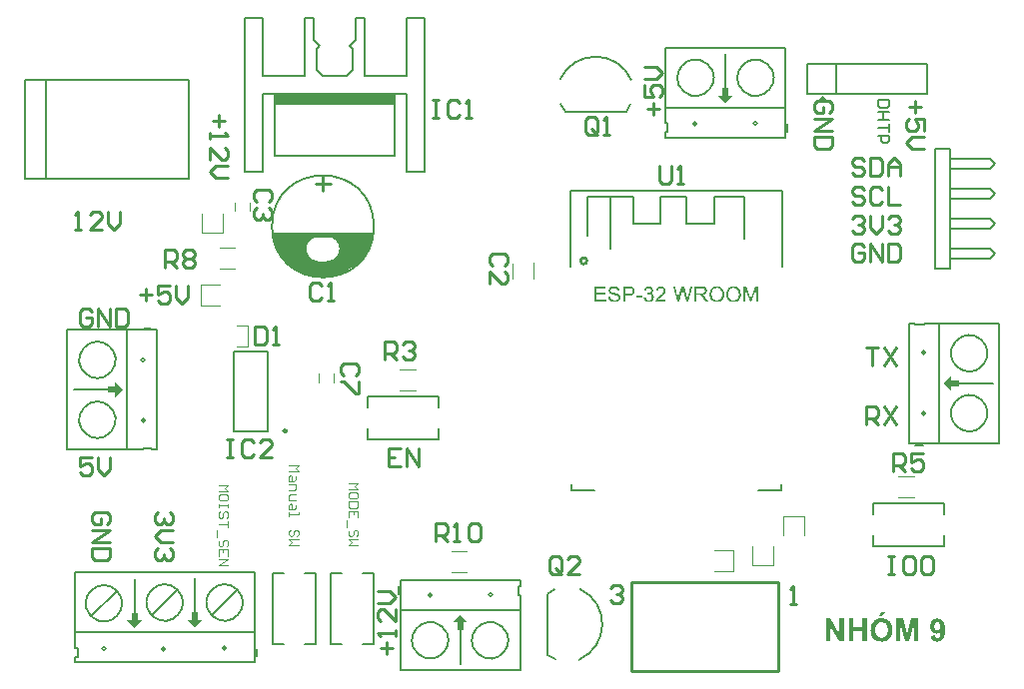
<source format=gto>
G04*
G04 #@! TF.GenerationSoftware,Altium Limited,Altium Designer,21.9.2 (33)*
G04*
G04 Layer_Color=65535*
%FSTAX24Y24*%
%MOIN*%
G70*
G04*
G04 #@! TF.SameCoordinates,9AA07E9A-BA48-4811-965E-F14F798923DF*
G04*
G04*
G04 #@! TF.FilePolarity,Positive*
G04*
G01*
G75*
%ADD10C,0.0100*%
%ADD11C,0.0070*%
%ADD12C,0.0098*%
%ADD13C,0.0079*%
%ADD14C,0.0040*%
%ADD15C,0.0080*%
%ADD16C,0.0039*%
%ADD17R,0.3990X0.0360*%
G36*
X031165Y060331D02*
X031415Y060581D01*
X031265D01*
Y060831D01*
X031065D01*
Y060581D01*
X030915D01*
X031165Y060331D01*
D02*
G37*
G36*
X033165Y060356D02*
X033415Y060606D01*
X033265D01*
Y060856D01*
X033065D01*
Y060606D01*
X032915D01*
X033165Y060356D01*
D02*
G37*
G36*
X030771Y068283D02*
X030521Y068533D01*
Y068383D01*
X030271D01*
Y068183D01*
X030521D01*
Y068033D01*
X030771Y068283D01*
D02*
G37*
G36*
X037696Y073489D02*
X038046Y073139D01*
Y072859D01*
X038045Y072843D01*
X038039Y07281D01*
X038026Y072779D01*
X038007Y072751D01*
X037996Y072739D01*
X037996D01*
X037931Y072674D01*
X037922Y072666D01*
X037903Y072653D01*
X037881Y072644D01*
X037858Y072639D01*
X037846Y072639D01*
D01*
X037796Y072589D01*
X037783Y072577D01*
X037756Y072559D01*
X037725Y072546D01*
X037692Y072539D01*
X037675Y072539D01*
D01*
X037167D01*
X03715Y072539D01*
X037117Y072546D01*
X037086Y072559D01*
X037058Y072577D01*
X037046Y072589D01*
D01*
X036931Y072703D01*
X036923Y072712D01*
X03691Y072732D01*
X036901Y072754D01*
X036896Y072777D01*
X036896Y072789D01*
X036885Y072801D01*
X036866Y072829D01*
X036853Y07286D01*
X036847Y072893D01*
X036846Y072909D01*
D01*
Y073047D01*
X036848Y073081D01*
X036861Y073146D01*
X036886Y073208D01*
X036923Y073264D01*
X036946Y073289D01*
X036946D01*
X037061Y073403D01*
X037069Y073411D01*
X037089Y073424D01*
X037111Y073433D01*
X037134Y073438D01*
X037146Y073439D01*
D01*
Y073489D01*
X035746D01*
X035946Y072939D01*
X036246Y072539D01*
X036646Y072239D01*
X037246Y072039D01*
X037646D01*
X038146Y072189D01*
X038596Y072489D01*
X038896Y072839D01*
X039096Y073289D01*
X039146Y073489D01*
X037696D01*
D02*
G37*
G36*
X042024Y060771D02*
X041774Y060521D01*
X041924D01*
Y060271D01*
X042124D01*
Y060521D01*
X042274D01*
X042024Y060771D01*
D02*
G37*
G36*
X058162Y068503D02*
X058412Y068253D01*
Y068403D01*
X058662D01*
Y068603D01*
X058412D01*
Y068753D01*
X058162Y068503D01*
D02*
G37*
G36*
X050882Y077851D02*
X051132Y078101D01*
X050982D01*
Y078351D01*
X050782D01*
Y078101D01*
X050632D01*
X050882Y077851D01*
D02*
G37*
G36*
X054112Y078101D02*
X053862Y077851D01*
X054362D01*
X054112Y078101D01*
D02*
G37*
G36*
X047178Y071742D02*
X047184D01*
X047198Y07174D01*
X047213Y071738D01*
X047229Y071734D01*
X047247Y07173D01*
X047263Y071724D01*
X047264D01*
X047266Y071723D01*
X047268Y071722D01*
X047271Y07172D01*
X047278Y071717D01*
X047288Y07171D01*
X047299Y071703D01*
X04731Y071693D01*
X04732Y071682D01*
X04733Y071669D01*
Y071669D01*
X047331Y071668D01*
X047332Y071666D01*
X047334Y071663D01*
X047337Y071656D01*
X047342Y071646D01*
X047347Y071635D01*
X047351Y07162D01*
X047354Y071606D01*
X047356Y071589D01*
X047291Y071584D01*
Y071585D01*
Y071586D01*
X04729Y071589D01*
X047289Y071592D01*
X047287Y0716D01*
X047284Y071612D01*
X04728Y071623D01*
X047273Y071635D01*
X047265Y071646D01*
X047255Y071657D01*
X047253Y071657D01*
X047249Y07166D01*
X047242Y071665D01*
X047232Y071669D01*
X04722Y071674D01*
X047205Y071678D01*
X047187Y071681D01*
X047166Y071682D01*
X047155D01*
X047151Y071681D01*
X047145Y07168D01*
X047132Y071679D01*
X047117Y071676D01*
X047102Y071672D01*
X047088Y071666D01*
X047082Y071663D01*
X047076Y071659D01*
X047075Y071658D01*
X047072Y071655D01*
X047067Y07165D01*
X047063Y071644D01*
X047058Y071636D01*
X047053Y071627D01*
X04705Y071617D01*
X047049Y071605D01*
Y071603D01*
Y0716D01*
X04705Y071595D01*
X047051Y071589D01*
X047053Y071582D01*
X047057Y071575D01*
X047061Y071567D01*
X047068Y07156D01*
X047069Y071559D01*
X047073Y071557D01*
X047076Y071555D01*
X047078Y071553D01*
X047083Y071551D01*
X047088Y071548D01*
X047095Y071546D01*
X047102Y071543D01*
X04711Y07154D01*
X04712Y071536D01*
X04713Y071533D01*
X047142Y071529D01*
X047155Y071526D01*
X04717Y071523D01*
X047171D01*
X047174Y071522D01*
X047178Y071521D01*
X047184Y07152D01*
X04719Y071518D01*
X047198Y071516D01*
X047206Y071514D01*
X047215Y071512D01*
X047235Y071507D01*
X047253Y071501D01*
X047262Y071498D01*
X04727Y071495D01*
X047278Y071493D01*
X047283Y07149D01*
X047284D01*
X047286Y071489D01*
X047288Y071488D01*
X047291Y071487D01*
X047299Y071482D01*
X047309Y071476D01*
X04732Y071468D01*
X047331Y071459D01*
X047341Y071449D01*
X04735Y071438D01*
X047351Y071436D01*
X047354Y071432D01*
X047357Y071426D01*
X047361Y071417D01*
X047365Y071407D01*
X047369Y071394D01*
X047371Y07138D01*
X047372Y071365D01*
Y071364D01*
Y071364D01*
Y071361D01*
Y071358D01*
X04737Y07135D01*
X047369Y07134D01*
X047366Y071328D01*
X047362Y071316D01*
X047356Y071302D01*
X047348Y071288D01*
Y071287D01*
X047347Y071287D01*
X047343Y071282D01*
X047338Y071276D01*
X047331Y071268D01*
X047321Y071259D01*
X047309Y07125D01*
X047296Y071241D01*
X04728Y071233D01*
X04728D01*
X047278Y071232D01*
X047276Y071231D01*
X047273Y07123D01*
X047269Y071228D01*
X047263Y071226D01*
X047252Y071223D01*
X047238Y071219D01*
X047221Y071216D01*
X047202Y071213D01*
X047182Y071213D01*
X04717D01*
X047164Y071213D01*
X047158D01*
X04715Y071214D01*
X047141Y071215D01*
X047123Y071218D01*
X047104Y071221D01*
X047084Y071226D01*
X047066Y071233D01*
X047065D01*
X047064Y071233D01*
X047061Y071235D01*
X047058Y071236D01*
X04705Y071241D01*
X047039Y071248D01*
X047027Y071256D01*
X047015Y071267D01*
X047003Y071279D01*
X046992Y071293D01*
Y071294D01*
X04699Y071296D01*
X04699Y071298D01*
X046987Y071301D01*
X046986Y071304D01*
X046984Y071309D01*
X046979Y07132D01*
X046973Y071334D01*
X046969Y07135D01*
X046966Y071367D01*
X046965Y071386D01*
X047028Y071392D01*
Y071391D01*
Y07139D01*
X047029Y071388D01*
Y071385D01*
X04703Y071378D01*
X047033Y071369D01*
X047036Y071359D01*
X047039Y071348D01*
X047044Y071338D01*
X047049Y071328D01*
X04705Y071327D01*
X047052Y071324D01*
X047056Y071319D01*
X047061Y071314D01*
X047069Y071307D01*
X047077Y071301D01*
X047088Y071294D01*
X0471Y071288D01*
X047101D01*
X047101Y071287D01*
X047104Y071287D01*
X047106Y071286D01*
X047113Y071284D01*
X047123Y071281D01*
X047135Y071278D01*
X047148Y071276D01*
X047163Y071274D01*
X047179Y071273D01*
X047186D01*
X047193Y071274D01*
X047202Y071275D01*
X047212Y071276D01*
X047224Y071278D01*
X047236Y071281D01*
X047247Y071284D01*
X047249Y071285D01*
X047252Y071287D01*
X047258Y07129D01*
X047264Y071293D01*
X047271Y071298D01*
X047278Y071303D01*
X047286Y071309D01*
X047292Y071316D01*
X047292Y071317D01*
X047294Y07132D01*
X047296Y071324D01*
X047299Y07133D01*
X047302Y071336D01*
X047304Y071343D01*
X047306Y071351D01*
X047306Y07136D01*
Y071361D01*
Y071364D01*
X047306Y071369D01*
X047305Y071375D01*
X047303Y071381D01*
X0473Y071388D01*
X047297Y071396D01*
X047292Y071402D01*
X047291Y071403D01*
X047289Y071405D01*
X047286Y071408D01*
X04728Y071413D01*
X047275Y071417D01*
X047266Y071422D01*
X047257Y071427D01*
X047246Y071432D01*
X047245Y071432D01*
X047241Y071433D01*
X047235Y071435D01*
X047232Y071436D01*
X047226Y071438D01*
X047221Y07144D01*
X047215Y071441D01*
X047207Y071444D01*
X047198Y071446D01*
X047189Y071448D01*
X047179Y071451D01*
X047167Y071454D01*
X047155Y071457D01*
X047154D01*
X047152Y071458D01*
X047148Y071458D01*
X047144Y07146D01*
X047138Y071461D01*
X047131Y071463D01*
X047116Y071467D01*
X0471Y071472D01*
X047083Y071478D01*
X047068Y071483D01*
X047061Y071486D01*
X047056Y071489D01*
X047055D01*
X047054Y071489D01*
X04705Y071492D01*
X047043Y071496D01*
X047036Y071502D01*
X047027Y071509D01*
X047018Y071517D01*
X047009Y071526D01*
X047002Y071537D01*
X047001Y071538D01*
X046999Y071542D01*
X046996Y071548D01*
X046993Y071555D01*
X04699Y071565D01*
X046987Y071576D01*
X046984Y071588D01*
X046984Y0716D01*
Y071601D01*
Y071602D01*
Y071604D01*
Y071607D01*
X046985Y071615D01*
X046987Y071624D01*
X046989Y071635D01*
X046993Y071648D01*
X046998Y07166D01*
X047005Y071673D01*
Y071674D01*
X047006Y071674D01*
X04701Y071679D01*
X047015Y071685D01*
X047021Y071692D01*
X04703Y0717D01*
X047041Y071709D01*
X047055Y071717D01*
X04707Y071725D01*
X04707D01*
X047072Y071726D01*
X047074Y071726D01*
X047077Y071728D01*
X047081Y071729D01*
X047086Y071731D01*
X047097Y071734D01*
X047111Y071737D01*
X047127Y07174D01*
X047144Y071742D01*
X047164Y071743D01*
X047173D01*
X047178Y071742D01*
D02*
G37*
G36*
X048331Y071735D02*
X04834Y071734D01*
X048352Y071731D01*
X048365Y071728D01*
X048379Y071723D01*
X048392Y071717D01*
X048393D01*
X048393Y071717D01*
X048398Y071714D01*
X048405Y07171D01*
X048412Y071705D01*
X048421Y071697D01*
X04843Y071689D01*
X048439Y07168D01*
X048446Y071669D01*
X048447Y071667D01*
X048449Y071663D01*
X048452Y071657D01*
X048456Y071649D01*
X048459Y071639D01*
X048462Y071628D01*
X048464Y071615D01*
X048465Y071603D01*
Y071601D01*
Y071597D01*
X048464Y071591D01*
X048463Y071583D01*
X048461Y071573D01*
X048457Y071563D01*
X048453Y071552D01*
X048447Y071542D01*
X048446Y071541D01*
X048444Y071538D01*
X048439Y071532D01*
X048433Y071526D01*
X048426Y07152D01*
X048417Y071512D01*
X048407Y071506D01*
X048394Y071499D01*
X048395D01*
X048396Y071498D01*
X048399Y071498D01*
X048402Y071497D01*
X04841Y071494D01*
X04842Y071489D01*
X048432Y071484D01*
X048444Y071476D01*
X048455Y071467D01*
X048465Y071455D01*
X048466Y071454D01*
X048469Y07145D01*
X048473Y071442D01*
X048478Y071432D01*
X048482Y071421D01*
X048487Y071407D01*
X04849Y07139D01*
X04849Y071373D01*
Y071372D01*
Y07137D01*
Y071366D01*
X04849Y071361D01*
X048489Y071356D01*
X048487Y071349D01*
X048486Y071341D01*
X048484Y071333D01*
X048479Y071316D01*
X048474Y071306D01*
X04847Y071297D01*
X048464Y071287D01*
X048457Y071278D01*
X04845Y071268D01*
X048441Y071259D01*
X04844Y071259D01*
X048439Y071257D01*
X048436Y071255D01*
X048432Y071252D01*
X048427Y071248D01*
X048422Y071245D01*
X048415Y07124D01*
X048407Y071236D01*
X048399Y071232D01*
X048389Y071228D01*
X048379Y071224D01*
X048368Y07122D01*
X048356Y071217D01*
X048344Y071215D01*
X048331Y071213D01*
X048317Y071213D01*
X048311D01*
X048306Y071213D01*
X0483Y071214D01*
X048294Y071215D01*
X048286Y071216D01*
X048278Y071218D01*
X04826Y071222D01*
X048242Y07123D01*
X048232Y071234D01*
X048223Y071239D01*
X048214Y071246D01*
X048205Y071253D01*
X048205Y071253D01*
X048203Y071255D01*
X048201Y071257D01*
X048199Y07126D01*
X048195Y071264D01*
X048191Y071269D01*
X048187Y071274D01*
X048183Y071281D01*
X048178Y071288D01*
X048174Y071296D01*
X048166Y071313D01*
X048159Y071334D01*
X048157Y071345D01*
X048155Y071357D01*
X048218Y071365D01*
Y071364D01*
X048219Y071363D01*
X04822Y07136D01*
X04822Y071356D01*
X048221Y071352D01*
X048223Y071347D01*
X048226Y071336D01*
X048231Y071322D01*
X048238Y07131D01*
X048245Y071298D01*
X048254Y071287D01*
X048256Y071287D01*
X048259Y071284D01*
X048265Y07128D01*
X048272Y071276D01*
X048281Y071272D01*
X048292Y071268D01*
X048305Y071265D01*
X048318Y071265D01*
X048322D01*
X048325Y071265D01*
X048334Y071266D01*
X048344Y071268D01*
X048356Y071272D01*
X048368Y071277D01*
X048381Y071284D01*
X048393Y071295D01*
X048394Y071296D01*
X048398Y071301D01*
X048402Y071307D01*
X048408Y071316D01*
X048414Y071327D01*
X048419Y07134D01*
X048422Y071355D01*
X048424Y071371D01*
Y071372D01*
Y071373D01*
Y071376D01*
X048423Y071378D01*
X048422Y071387D01*
X04842Y071396D01*
X048417Y071408D01*
X048412Y07142D01*
X048405Y071432D01*
X048395Y071443D01*
X048393Y071444D01*
X04839Y071447D01*
X048384Y071452D01*
X048376Y071457D01*
X048365Y071462D01*
X048353Y071467D01*
X048339Y071469D01*
X048323Y071471D01*
X048316D01*
X048311Y07147D01*
X048305Y071469D01*
X048297Y071468D01*
X048288Y071467D01*
X048279Y071464D01*
X048286Y07152D01*
X04829D01*
X048293Y071519D01*
X048302D01*
X048311Y071521D01*
X04832Y071522D01*
X048331Y071524D01*
X048344Y071528D01*
X048356Y071533D01*
X048368Y07154D01*
X048369D01*
X04837Y071541D01*
X048373Y071543D01*
X048379Y071549D01*
X048385Y071555D01*
X04839Y071565D01*
X048396Y071576D01*
X048399Y071589D01*
X048401Y071596D01*
Y071604D01*
Y071605D01*
Y071606D01*
Y07161D01*
X048399Y071616D01*
X048398Y071624D01*
X048395Y071633D01*
X048391Y071643D01*
X048385Y071652D01*
X048377Y071661D01*
X048376Y071662D01*
X048373Y071665D01*
X048368Y071669D01*
X048361Y071673D01*
X048352Y071677D01*
X048342Y07168D01*
X04833Y071683D01*
X048316Y071684D01*
X048311D01*
X048304Y071683D01*
X048295Y071681D01*
X048285Y071678D01*
X048276Y071674D01*
X048265Y071669D01*
X048256Y071661D01*
X048255Y07166D01*
X048252Y071657D01*
X048248Y071652D01*
X048242Y071644D01*
X048237Y071635D01*
X048232Y071623D01*
X048228Y071609D01*
X048225Y071592D01*
X048162Y071603D01*
Y071604D01*
X048163Y071606D01*
X048163Y071609D01*
X048164Y071614D01*
X048166Y071619D01*
X048168Y071625D01*
X048172Y071639D01*
X04818Y071655D01*
X048188Y071672D01*
X0482Y071687D01*
X048214Y071701D01*
X048214Y071702D01*
X048216Y071703D01*
X048218Y071704D01*
X048221Y071706D01*
X048225Y071709D01*
X04823Y071712D01*
X048235Y071715D01*
X048242Y071719D01*
X048257Y071725D01*
X048274Y071731D01*
X048294Y071734D01*
X048304Y071736D01*
X048322D01*
X048331Y071735D01*
D02*
G37*
G36*
X048103Y071376D02*
X047909D01*
Y071438D01*
X048103D01*
Y071376D01*
D02*
G37*
G36*
X051967Y071222D02*
X051902D01*
Y07165D01*
X051752Y071222D01*
X051692D01*
X051544Y071657D01*
Y071222D01*
X051479D01*
Y071734D01*
X05158D01*
X051701Y07137D01*
Y07137D01*
X051702Y071368D01*
X051703Y071366D01*
X051704Y071362D01*
X051707Y071353D01*
X051711Y071342D01*
X051715Y07133D01*
X051719Y071317D01*
X051723Y071305D01*
X051726Y071295D01*
X051726Y071296D01*
X051727Y0713D01*
X051729Y071307D01*
X051732Y071316D01*
X051736Y071327D01*
X051741Y071341D01*
X051746Y071358D01*
X051753Y071377D01*
X051876Y071734D01*
X051967D01*
Y071222D01*
D02*
G37*
G36*
X049647D02*
X04958D01*
X049473Y071612D01*
Y071612D01*
X049472Y071614D01*
X049472Y071616D01*
X049471Y07162D01*
X049469Y071628D01*
X049466Y071637D01*
X049463Y071648D01*
X049461Y071657D01*
X049458Y071666D01*
X049458Y071669D01*
X049457Y071672D01*
Y071671D01*
X049456Y07167D01*
X049455Y071666D01*
X049454Y071659D01*
X049452Y071651D01*
X049449Y071642D01*
X049446Y071632D01*
X049444Y071621D01*
X049441Y071612D01*
X049333Y071222D01*
X049262D01*
X049128Y071734D01*
X049199D01*
X049275Y071398D01*
Y071397D01*
X049276Y071396D01*
X049276Y071393D01*
X049277Y071389D01*
X049278Y071384D01*
X049279Y071378D01*
X049281Y071372D01*
X049282Y071364D01*
X049286Y071349D01*
X04929Y071331D01*
X049293Y071312D01*
X049297Y071293D01*
Y071293D01*
X049298Y071296D01*
X049299Y0713D01*
X0493Y071306D01*
X049301Y071312D01*
X049304Y071319D01*
X049307Y071336D01*
X049312Y071352D01*
X049313Y07136D01*
X049315Y071367D01*
X049317Y071374D01*
X049318Y07138D01*
X04932Y071384D01*
X049321Y071387D01*
X049418Y071734D01*
X0495D01*
X049572Y071474D01*
Y071473D01*
X049574Y071469D01*
X049575Y071464D01*
X049577Y071458D01*
X049579Y071449D01*
X049582Y071439D01*
X049585Y071428D01*
X049588Y071415D01*
X049592Y071401D01*
X049594Y071387D01*
X049601Y071357D01*
X049608Y071325D01*
X049613Y071293D01*
Y071293D01*
X049614Y071295D01*
Y071298D01*
X049615Y071302D01*
X049616Y071306D01*
X049617Y071311D01*
X049618Y071318D01*
X04962Y071325D01*
X049624Y071341D01*
X049629Y071361D01*
X049633Y071381D01*
X049639Y071404D01*
X049719Y071734D01*
X049788D01*
X049647Y071222D01*
D02*
G37*
G36*
X050095Y071733D02*
X050102D01*
X050118Y071732D01*
X050134Y07173D01*
X050152Y071728D01*
X050168Y071724D01*
X050176Y071722D01*
X050183Y07172D01*
X050184D01*
X050184Y071719D01*
X050189Y071717D01*
X050195Y071714D01*
X050203Y071709D01*
X050212Y071702D01*
X050222Y071693D01*
X050231Y071683D01*
X05024Y071671D01*
Y07167D01*
X05024Y071669D01*
X050243Y071665D01*
X050246Y071657D01*
X050251Y071648D01*
X050255Y071637D01*
X050258Y071623D01*
X05026Y071609D01*
X050261Y071594D01*
Y071593D01*
Y071592D01*
Y071589D01*
X05026Y071585D01*
Y07158D01*
X05026Y071575D01*
X050257Y071562D01*
X050252Y071547D01*
X050246Y071532D01*
X050238Y071516D01*
X050232Y071509D01*
X050226Y071501D01*
X050225Y071501D01*
X050224Y0715D01*
X050222Y071498D01*
X050219Y071495D01*
X050215Y071492D01*
X050211Y071489D01*
X050205Y071486D01*
X050199Y071481D01*
X050192Y071478D01*
X050184Y071474D01*
X050175Y071469D01*
X050165Y071466D01*
X050154Y071463D01*
X050143Y071459D01*
X05013Y071457D01*
X050117Y071455D01*
X050118Y071454D01*
X050121Y071452D01*
X050126Y07145D01*
X050132Y071447D01*
X050145Y071438D01*
X050152Y071433D01*
X050158Y071429D01*
X050159Y071427D01*
X050163Y071424D01*
X050169Y071418D01*
X050176Y07141D01*
X050184Y0714D01*
X050194Y071389D01*
X050203Y071376D01*
X050214Y071361D01*
X050302Y071222D01*
X050218D01*
X05015Y071328D01*
Y071329D01*
X050149Y07133D01*
X050147Y071333D01*
X050145Y071336D01*
X05014Y071344D01*
X050133Y071354D01*
X050125Y071365D01*
X050117Y071377D01*
X050109Y071388D01*
X050101Y071398D01*
X050101Y071399D01*
X050098Y071402D01*
X050095Y071407D01*
X05009Y071412D01*
X050078Y071423D01*
X050073Y071428D01*
X050067Y071432D01*
X050066Y071433D01*
X050064Y071434D01*
X050061Y071435D01*
X050057Y071438D01*
X050053Y07144D01*
X050047Y071442D01*
X050036Y071446D01*
X050035D01*
X050033Y071447D01*
X05003D01*
X050027Y071447D01*
X050021Y071448D01*
X050016D01*
X050007Y071449D01*
X04992D01*
Y071222D01*
X049852D01*
Y071734D01*
X05009D01*
X050095Y071733D01*
D02*
G37*
G36*
X048735Y071735D02*
X048741Y071734D01*
X048748Y071734D01*
X048756Y071732D01*
X048764Y071731D01*
X048783Y071726D01*
X048803Y071718D01*
X048812Y071714D01*
X048822Y071709D01*
X048831Y071702D01*
X048839Y071694D01*
X04884Y071694D01*
X048841Y071693D01*
X048843Y07169D01*
X048846Y071687D01*
X048849Y071683D01*
X048853Y071678D01*
X048857Y071673D01*
X048861Y071666D01*
X048869Y071652D01*
X048876Y071635D01*
X048879Y071626D01*
X04888Y071615D01*
X048882Y071605D01*
X048883Y071594D01*
Y071592D01*
Y071589D01*
X048882Y071583D01*
X048881Y071575D01*
X04888Y071566D01*
X048877Y071555D01*
X048874Y071544D01*
X048869Y071533D01*
X048869Y071532D01*
X048867Y071528D01*
X048864Y071522D01*
X04886Y071514D01*
X048854Y071505D01*
X048846Y071494D01*
X048837Y071483D01*
X048827Y07147D01*
X048826Y071469D01*
X048822Y071464D01*
X048818Y071461D01*
X048815Y071457D01*
X04881Y071452D01*
X048804Y071447D01*
X048798Y071441D01*
X048791Y071434D01*
X048783Y071427D01*
X048775Y071418D01*
X048765Y07141D01*
X048755Y071401D01*
X048743Y071391D01*
X048731Y071381D01*
X04873Y07138D01*
X048729Y071378D01*
X048726Y071376D01*
X048722Y071373D01*
X048718Y071369D01*
X048712Y071364D01*
X048701Y071355D01*
X048688Y071344D01*
X048676Y071333D01*
X048666Y071323D01*
X048661Y071319D01*
X048658Y071316D01*
X048657Y071315D01*
X048655Y071313D01*
X048652Y07131D01*
X048648Y071305D01*
X048644Y0713D01*
X04864Y071295D01*
X048631Y071282D01*
X048883D01*
Y071222D01*
X048544D01*
Y071222D01*
Y071225D01*
Y07123D01*
X048544Y071236D01*
X048545Y071242D01*
X048547Y07125D01*
X048548Y071257D01*
X048551Y071265D01*
Y071266D01*
X048552Y071267D01*
X048553Y071271D01*
X048556Y071278D01*
X048561Y071287D01*
X048567Y071297D01*
X048574Y071309D01*
X048582Y071321D01*
X048593Y071333D01*
Y071334D01*
X048594Y071335D01*
X048598Y071339D01*
X048604Y071346D01*
X048614Y071356D01*
X048625Y071367D01*
X048639Y07138D01*
X048656Y071395D01*
X048675Y07141D01*
X048675Y071411D01*
X048678Y071413D01*
X048683Y071417D01*
X048688Y071421D01*
X048695Y071427D01*
X048703Y071434D01*
X048711Y071441D01*
X048721Y07145D01*
X048739Y071467D01*
X048758Y071485D01*
X048766Y071494D01*
X048775Y071503D01*
X048782Y071511D01*
X048788Y071519D01*
Y07152D01*
X048789Y071521D01*
X048791Y071523D01*
X048792Y071526D01*
X048797Y071534D01*
X048803Y071543D01*
X048809Y071555D01*
X048814Y071568D01*
X048817Y071582D01*
X048818Y071595D01*
Y071596D01*
Y071597D01*
X048817Y071601D01*
X048817Y071609D01*
X048815Y071617D01*
X048812Y071627D01*
X048806Y071637D01*
X0488Y071648D01*
X048791Y071658D01*
X048789Y07166D01*
X048786Y071663D01*
X04878Y071666D01*
X048772Y071672D01*
X048762Y071676D01*
X04875Y07168D01*
X048736Y071683D01*
X048721Y071684D01*
X048716D01*
X048713Y071683D01*
X048704Y071683D01*
X048694Y07168D01*
X048683Y071677D01*
X04867Y071672D01*
X048658Y071666D01*
X048647Y071657D01*
X048646Y071655D01*
X048643Y071652D01*
X048638Y071646D01*
X048634Y071637D01*
X048629Y071626D01*
X048624Y071613D01*
X048621Y071598D01*
X04862Y071581D01*
X048556Y071588D01*
Y071589D01*
X048556Y071591D01*
Y071595D01*
X048557Y0716D01*
X048558Y071606D01*
X04856Y071612D01*
X048562Y07162D01*
X048564Y071629D01*
X04857Y071646D01*
X048579Y071664D01*
X048584Y071673D01*
X048591Y071682D01*
X048598Y07169D01*
X048605Y071697D01*
X048606Y071698D01*
X048607Y071699D01*
X04861Y071701D01*
X048613Y071703D01*
X048618Y071706D01*
X048623Y071709D01*
X048629Y071713D01*
X048636Y071717D01*
X048644Y07172D01*
X048653Y071724D01*
X048663Y071727D01*
X048673Y07173D01*
X048684Y071732D01*
X048696Y071734D01*
X048709Y071735D01*
X048722Y071736D01*
X048729D01*
X048735Y071735D01*
D02*
G37*
G36*
X047686Y071733D02*
X047699Y071732D01*
X047712Y071731D01*
X047724Y07173D01*
X047736Y071729D01*
X047737D01*
X047742Y071727D01*
X047749Y071726D01*
X047758Y071723D01*
X047767Y07172D01*
X047778Y071715D01*
X047789Y07171D01*
X047798Y071704D01*
X0478Y071703D01*
X047803Y071701D01*
X047807Y071697D01*
X047813Y071691D01*
X04782Y071685D01*
X047827Y071676D01*
X047834Y071666D01*
X04784Y071655D01*
X047841Y071654D01*
X047842Y07165D01*
X047845Y071643D01*
X047848Y071635D01*
X04785Y071624D01*
X047853Y071612D01*
X047855Y071599D01*
X047855Y071585D01*
Y071584D01*
Y071582D01*
Y071579D01*
X047855Y071574D01*
X047854Y071569D01*
X047853Y071562D01*
X047852Y071555D01*
X04785Y071546D01*
X047845Y071529D01*
X047842Y071521D01*
X047838Y071511D01*
X047833Y071501D01*
X047827Y071492D01*
X047821Y071484D01*
X047813Y071475D01*
X047813Y071474D01*
X047811Y071472D01*
X047809Y07147D01*
X047805Y071468D01*
X047801Y071464D01*
X047795Y071461D01*
X047787Y071456D01*
X047779Y071452D01*
X04777Y071448D01*
X047759Y071444D01*
X047747Y07144D01*
X047733Y071437D01*
X047718Y071434D01*
X047702Y071432D01*
X047683Y07143D01*
X047664Y07143D01*
X047533D01*
Y071222D01*
X047465D01*
Y071734D01*
X047675D01*
X047686Y071733D01*
D02*
G37*
G36*
X046882Y071673D02*
X046579D01*
Y071517D01*
X046862D01*
Y071456D01*
X046579D01*
Y071282D01*
X046893D01*
Y071222D01*
X046511D01*
Y071734D01*
X046882D01*
Y071673D01*
D02*
G37*
G36*
X05116Y071742D02*
X051167D01*
X051174Y071741D01*
X051183Y07174D01*
X051191Y071738D01*
X051211Y071734D01*
X051233Y071729D01*
X051254Y07172D01*
X051265Y071714D01*
X051276Y071709D01*
X051277Y071708D01*
X051279Y071707D01*
X051282Y071705D01*
X051286Y071703D01*
X051291Y071699D01*
X051296Y071694D01*
X051309Y071684D01*
X051322Y071671D01*
X051337Y071655D01*
X051351Y071635D01*
X051363Y071614D01*
Y071613D01*
X051365Y071611D01*
X051366Y071608D01*
X051368Y071603D01*
X05137Y071598D01*
X051373Y071591D01*
X051376Y071583D01*
X051379Y071574D01*
X051381Y071564D01*
X051384Y071554D01*
X051387Y071542D01*
X051389Y07153D01*
X051392Y071504D01*
X051393Y071476D01*
Y071475D01*
Y071472D01*
Y071469D01*
X051393Y071463D01*
Y071456D01*
X051392Y071448D01*
X05139Y071439D01*
X05139Y07143D01*
X051386Y071408D01*
X05138Y071384D01*
X051372Y071361D01*
X051368Y071349D01*
X051362Y071337D01*
Y071336D01*
X05136Y071334D01*
X051359Y071331D01*
X051356Y071327D01*
X051353Y071322D01*
X051349Y071316D01*
X051339Y071302D01*
X051326Y071287D01*
X051311Y071272D01*
X051294Y071257D01*
X051273Y071244D01*
X051272D01*
X051271Y071242D01*
X051267Y071241D01*
X051262Y071239D01*
X051257Y071236D01*
X051251Y071234D01*
X051244Y071231D01*
X051236Y071228D01*
X051227Y071225D01*
X051217Y071222D01*
X051196Y071218D01*
X051173Y071214D01*
X051148Y071213D01*
X051141D01*
X051137Y071213D01*
X05113D01*
X051123Y071215D01*
X051114Y071216D01*
X051105Y071217D01*
X051085Y071222D01*
X051063Y071228D01*
X051041Y071236D01*
X05103Y071242D01*
X051019Y071248D01*
X051018Y071248D01*
X051017Y071249D01*
X051014Y071251D01*
X051009Y071254D01*
X051005Y071257D01*
X051Y071262D01*
X050987Y071273D01*
X050973Y071286D01*
X050958Y071302D01*
X050945Y071321D01*
X050932Y071342D01*
Y071343D01*
X050931Y071345D01*
X050929Y071348D01*
X050928Y071353D01*
X050926Y071358D01*
X050924Y071365D01*
X050921Y071373D01*
X050918Y071381D01*
X050915Y07139D01*
X050912Y0714D01*
X050908Y071422D01*
X050905Y071445D01*
X050904Y07147D01*
Y071471D01*
Y071472D01*
Y071476D01*
X050904Y071483D01*
Y071492D01*
X050906Y071502D01*
X050907Y071515D01*
X050909Y071529D01*
X050912Y071543D01*
X050915Y071559D01*
X05092Y071575D01*
X050926Y071592D01*
X050932Y071609D01*
X05094Y071625D01*
X050949Y071641D01*
X05096Y071656D01*
X050972Y07167D01*
X050972Y071671D01*
X050975Y071673D01*
X050979Y071677D01*
X050984Y071681D01*
X050991Y071687D01*
X050999Y071693D01*
X051009Y0717D01*
X05102Y071706D01*
X051032Y071713D01*
X051045Y07172D01*
X05106Y071726D01*
X051075Y071731D01*
X051092Y071736D01*
X05111Y07174D01*
X051128Y071742D01*
X051148Y071743D01*
X051155D01*
X05116Y071742D01*
D02*
G37*
G36*
X050604D02*
X05061D01*
X050617Y071741D01*
X050626Y07174D01*
X050635Y071738D01*
X050654Y071734D01*
X050676Y071729D01*
X050698Y07172D01*
X050709Y071714D01*
X05072Y071709D01*
X050721Y071708D01*
X050722Y071707D01*
X050725Y071705D01*
X05073Y071703D01*
X050734Y071699D01*
X05074Y071694D01*
X050753Y071684D01*
X050766Y071671D01*
X050781Y071655D01*
X050795Y071635D01*
X050807Y071614D01*
Y071613D01*
X050808Y071611D01*
X05081Y071608D01*
X050811Y071603D01*
X050814Y071598D01*
X050816Y071591D01*
X050819Y071583D01*
X050822Y071574D01*
X050824Y071564D01*
X050827Y071554D01*
X05083Y071542D01*
X050832Y07153D01*
X050835Y071504D01*
X050837Y071476D01*
Y071475D01*
Y071472D01*
Y071469D01*
X050836Y071463D01*
Y071456D01*
X050835Y071448D01*
X050834Y071439D01*
X050833Y07143D01*
X05083Y071408D01*
X050824Y071384D01*
X050815Y071361D01*
X050811Y071349D01*
X050805Y071337D01*
Y071336D01*
X050804Y071334D01*
X050802Y071331D01*
X050799Y071327D01*
X050796Y071322D01*
X050793Y071316D01*
X050782Y071302D01*
X05077Y071287D01*
X050755Y071272D01*
X050737Y071257D01*
X050716Y071244D01*
X050716D01*
X050714Y071242D01*
X05071Y071241D01*
X050706Y071239D01*
X050701Y071236D01*
X050695Y071234D01*
X050687Y071231D01*
X050679Y071228D01*
X05067Y071225D01*
X050661Y071222D01*
X050639Y071218D01*
X050616Y071214D01*
X050592Y071213D01*
X050585D01*
X05058Y071213D01*
X050573D01*
X050566Y071215D01*
X050558Y071216D01*
X050548Y071217D01*
X050528Y071222D01*
X050507Y071228D01*
X050485Y071236D01*
X050474Y071242D01*
X050462Y071248D01*
X050462Y071248D01*
X05046Y071249D01*
X050457Y071251D01*
X050453Y071254D01*
X050448Y071257D01*
X050443Y071262D01*
X050431Y071273D01*
X050417Y071286D01*
X050402Y071302D01*
X050388Y071321D01*
X050376Y071342D01*
Y071343D01*
X050374Y071345D01*
X050373Y071348D01*
X050371Y071353D01*
X050369Y071358D01*
X050367Y071365D01*
X050364Y071373D01*
X050362Y071381D01*
X050359Y07139D01*
X050356Y0714D01*
X050351Y071422D01*
X050349Y071445D01*
X050347Y07147D01*
Y071471D01*
Y071472D01*
Y071476D01*
X050348Y071483D01*
Y071492D01*
X050349Y071502D01*
X050351Y071515D01*
X050353Y071529D01*
X050356Y071543D01*
X050359Y071559D01*
X050363Y071575D01*
X050369Y071592D01*
X050376Y071609D01*
X050383Y071625D01*
X050393Y071641D01*
X050403Y071656D01*
X050415Y07167D01*
X050416Y071671D01*
X050418Y071673D01*
X050423Y071677D01*
X050428Y071681D01*
X050434Y071687D01*
X050443Y071693D01*
X050452Y0717D01*
X050463Y071706D01*
X050475Y071713D01*
X050488Y07172D01*
X050503Y071726D01*
X050519Y071731D01*
X050536Y071736D01*
X050554Y07174D01*
X050572Y071742D01*
X050592Y071743D01*
X050599D01*
X050604Y071742D01*
D02*
G37*
G36*
X056088Y060717D02*
X055997D01*
X056069Y060871D01*
X056231D01*
X056088Y060717D01*
D02*
G37*
G36*
X055595Y059892D02*
X055442D01*
Y060223D01*
X055143D01*
Y059892D01*
X05499D01*
Y060648D01*
X055143D01*
Y060351D01*
X055442D01*
Y060648D01*
X055595D01*
Y059892D01*
D02*
G37*
G36*
X054829D02*
X054675D01*
X054368Y06039D01*
Y059892D01*
X054227D01*
Y060648D01*
X054375D01*
X054688Y060139D01*
Y060648D01*
X054829D01*
Y059892D01*
D02*
G37*
G36*
X057301Y059892D02*
X05716D01*
X057159Y060486D01*
X05701Y059892D01*
X056863D01*
X056714Y060486D01*
Y059892D01*
X056573D01*
Y060648D01*
X056801D01*
X056937Y060131D01*
X057071Y060648D01*
X057301Y060648D01*
Y059892D01*
D02*
G37*
G36*
X057959Y060651D02*
X057968D01*
X057977Y06065D01*
X057988Y060648D01*
X058001Y060645D01*
X058015Y060642D01*
X05803Y060636D01*
X058045Y060631D01*
X058061Y060623D01*
X058077Y060614D01*
X058092Y060604D01*
X058108Y060592D01*
X058123Y060578D01*
X058137Y060563D01*
X058138Y060562D01*
X05814Y060558D01*
X058144Y060553D01*
X058149Y060545D01*
X058155Y060536D01*
X058161Y060523D01*
X058168Y060509D01*
X058174Y060493D01*
X058181Y060473D01*
X058188Y060451D01*
X058194Y060427D01*
X058199Y060401D01*
X058205Y060372D01*
X058208Y06034D01*
X05821Y060306D01*
X058211Y060269D01*
Y060268D01*
Y060267D01*
Y060263D01*
Y06026D01*
Y060249D01*
X05821Y060235D01*
X058209Y060217D01*
X058207Y060198D01*
X058205Y060177D01*
X058201Y060154D01*
X058197Y060129D01*
X058193Y060105D01*
X058186Y06008D01*
X058179Y060055D01*
X05817Y060032D01*
X058159Y060009D01*
X058148Y059988D01*
X058134Y059969D01*
X058133Y059968D01*
X05813Y059965D01*
X058126Y059961D01*
X05812Y059955D01*
X058112Y059949D01*
X058103Y05994D01*
X058092Y059932D01*
X05808Y059923D01*
X058067Y059915D01*
X058052Y059907D01*
X058035Y059899D01*
X058018Y059892D01*
X057998Y059886D01*
X057979Y059882D01*
X057958Y059879D01*
X057935Y059878D01*
X057926D01*
X057921Y059879D01*
X057913D01*
X057904Y05988D01*
X057883Y059883D01*
X05786Y05989D01*
X057838Y059897D01*
X057813Y059909D01*
X057803Y059916D01*
X057792Y059925D01*
X057791Y059926D01*
X057789Y059927D01*
X057786Y05993D01*
X057783Y059933D01*
X057779Y059939D01*
X057773Y059944D01*
X057769Y059952D01*
X057762Y059959D01*
X057757Y059969D01*
X05775Y059979D01*
X057745Y059991D01*
X057739Y060004D01*
X057734Y060017D01*
X057729Y060033D01*
X057725Y060048D01*
X057722Y060066D01*
X057862Y060082D01*
Y06008D01*
X057863Y060074D01*
X057864Y060067D01*
X057867Y060058D01*
X05787Y060047D01*
X057875Y060036D01*
X05788Y060026D01*
X057888Y060017D01*
X057889Y060016D01*
X057892Y060014D01*
X057897Y060011D01*
X057903Y060008D01*
X057912Y060004D01*
X057921Y060001D01*
X057933Y059999D01*
X057945Y059998D01*
X057947D01*
X057952Y059999D01*
X05796Y06D01*
X057971Y060003D01*
X057983Y060008D01*
X057995Y060015D01*
X058008Y060025D01*
X05802Y060038D01*
X058021Y06004D01*
X058023Y060043D01*
X058026Y060047D01*
X058028Y060051D01*
X058031Y060058D01*
X058033Y060066D01*
X058038Y060075D01*
X058041Y060086D01*
X058044Y060098D01*
X058047Y060113D01*
X058051Y060128D01*
X058054Y060145D01*
X058056Y060165D01*
X058058Y060187D01*
X058061Y06021D01*
X058059Y060209D01*
X058058Y060208D01*
X058055Y060204D01*
X058051Y0602D01*
X058045Y060196D01*
X058039Y06019D01*
X058023Y060178D01*
X058004Y060166D01*
X05798Y060156D01*
X057967Y060152D01*
X057953Y06015D01*
X057939Y060147D01*
X057924Y060146D01*
X057915D01*
X057909Y060147D01*
X057901Y060149D01*
X057892Y06015D01*
X057871Y060155D01*
X057847Y060163D01*
X057835Y060169D01*
X057822Y060176D01*
X057809Y060184D01*
X057796Y060192D01*
X057783Y060203D01*
X057771Y060215D01*
X05777Y060216D01*
X057768Y060219D01*
X057765Y060223D01*
X057761Y060227D01*
X057756Y060235D01*
X05775Y060243D01*
X057745Y060252D01*
X057739Y060263D01*
X057733Y060275D01*
X057727Y06029D01*
X057722Y060304D01*
X057716Y06032D01*
X057712Y060337D01*
X05771Y060355D01*
X057707Y060375D01*
X057706Y060395D01*
Y060396D01*
Y0604D01*
Y060405D01*
X057707Y060414D01*
X057709Y060424D01*
X05771Y060435D01*
X057712Y060448D01*
X057715Y060461D01*
X057723Y060491D01*
X057728Y060507D01*
X057735Y060522D01*
X057742Y060538D01*
X057752Y060553D01*
X057762Y060567D01*
X057774Y060581D01*
X057775Y060583D01*
X057777Y060585D01*
X057781Y060588D01*
X057786Y060592D01*
X057794Y060598D01*
X057801Y060604D01*
X057811Y06061D01*
X057822Y060617D01*
X057833Y060624D01*
X057847Y06063D01*
X057862Y060636D01*
X057877Y060642D01*
X057893Y060646D01*
X057911Y060649D01*
X057928Y060651D01*
X057948Y060652D01*
X057953D01*
X057959Y060651D01*
D02*
G37*
G36*
X056103Y060661D02*
X056114D01*
X056128Y060659D01*
X056144Y060657D01*
X056163Y060654D01*
X056183Y060649D01*
X056203Y060644D01*
X056225Y060637D01*
X056247Y060628D01*
X05627Y060619D01*
X056292Y060607D01*
X056314Y060592D01*
X056335Y060576D01*
X056354Y060557D01*
X056355Y060556D01*
X056359Y060553D01*
X056364Y060546D01*
X05637Y060539D01*
X056377Y060528D01*
X056386Y060515D01*
X056395Y060499D01*
X056405Y060482D01*
X056414Y060463D01*
X056423Y060442D01*
X056432Y060417D01*
X05644Y060392D01*
X056446Y060364D01*
X056451Y060334D01*
X056454Y060303D01*
X056455Y060269D01*
Y060267D01*
Y060261D01*
X056454Y060251D01*
Y060238D01*
X056452Y060223D01*
X056449Y060205D01*
X056446Y060185D01*
X056443Y060164D01*
X056437Y060141D01*
X056431Y060117D01*
X056422Y060093D01*
X056412Y060069D01*
X056401Y060046D01*
X056387Y060023D01*
X056372Y060001D01*
X056354Y05998D01*
X056353Y059979D01*
X05635Y059976D01*
X056344Y05997D01*
X056336Y059964D01*
X056326Y059956D01*
X056314Y059947D01*
X0563Y059939D01*
X056284Y059929D01*
X056266Y059919D01*
X056246Y05991D01*
X056224Y059902D01*
X0562Y059894D01*
X056175Y059887D01*
X056148Y059882D01*
X056119Y059879D01*
X056089Y059878D01*
X056081D01*
X056072Y059879D01*
X056061Y05988D01*
X056047Y059881D01*
X056031Y059883D01*
X056012Y059886D01*
X055993Y059891D01*
X055971Y059896D01*
X05595Y059903D01*
X055927Y059911D01*
X055905Y059921D01*
X055882Y059932D01*
X055861Y059946D01*
X055841Y059962D01*
X055821Y05998D01*
X05582Y059981D01*
X055817Y059985D01*
X055812Y059991D01*
X055806Y059999D01*
X055798Y06001D01*
X055789Y060023D01*
X055781Y060037D01*
X055772Y060055D01*
X055762Y060073D01*
X055753Y060095D01*
X055744Y060118D01*
X055737Y060143D01*
X05573Y06017D01*
X055726Y0602D01*
X055723Y060232D01*
X055721Y060264D01*
Y060266D01*
Y06027D01*
Y060275D01*
X055723Y060284D01*
Y060294D01*
X055724Y060305D01*
X055725Y060318D01*
X055726Y060332D01*
X05573Y060363D01*
X055736Y060396D01*
X055744Y060428D01*
X055755Y060459D01*
Y06046D01*
X055756Y060461D01*
X055759Y060464D01*
X05576Y060469D01*
X055766Y06048D01*
X055774Y060494D01*
X055784Y06051D01*
X055796Y060527D01*
X05581Y060545D01*
X055825Y060563D01*
X055826Y060564D01*
X055828Y060565D01*
X055833Y06057D01*
X055843Y060579D01*
X055855Y060589D01*
X055869Y0606D01*
X055885Y060612D01*
X055904Y060623D01*
X055924Y060632D01*
X055925D01*
X055927Y060633D01*
X055931Y060635D01*
X055937Y060636D01*
X055943Y060639D01*
X055951Y060642D01*
X055961Y060644D01*
X055971Y060647D01*
X055995Y060652D01*
X056022Y060658D01*
X056054Y060661D01*
X056087Y060662D01*
X056094D01*
X056103Y060661D01*
D02*
G37*
%LPC*%
G36*
X050081Y071677D02*
X04992D01*
Y071507D01*
X050073D01*
X050081Y071508D01*
X050092Y071509D01*
X050104Y071509D01*
X050115Y071511D01*
X050127Y071513D01*
X050138Y071516D01*
X050139Y071517D01*
X050142Y071518D01*
X050147Y071521D01*
X050152Y071524D01*
X050159Y071528D01*
X050166Y071533D01*
X050172Y07154D01*
X050178Y071547D01*
X050178Y071548D01*
X05018Y071551D01*
X050182Y071555D01*
X050185Y071561D01*
X050187Y071568D01*
X050189Y071575D01*
X050191Y071584D01*
X050192Y071593D01*
Y071594D01*
Y071595D01*
X050191Y071599D01*
X05019Y071606D01*
X050189Y071615D01*
X050185Y071623D01*
X050181Y071634D01*
X050174Y071643D01*
X050165Y071653D01*
X050164Y071654D01*
X05016Y071657D01*
X050154Y07166D01*
X050144Y071665D01*
X050133Y071669D01*
X050118Y071673D01*
X050101Y071676D01*
X050081Y071677D01*
D02*
G37*
G36*
X047679Y071673D02*
X047533D01*
Y07149D01*
X04767D01*
X047676Y071491D01*
X047681D01*
X047687Y071492D01*
X047701Y071493D01*
X047716Y071496D01*
X047732Y071501D01*
X047746Y071507D01*
X047753Y07151D01*
X047758Y071515D01*
X047759Y071516D01*
X047762Y071519D01*
X047767Y071525D01*
X047772Y071532D01*
X047777Y071542D01*
X047781Y071554D01*
X047784Y071567D01*
X047786Y071583D01*
Y071583D01*
Y071584D01*
Y071588D01*
X047785Y071595D01*
X047784Y071602D01*
X047782Y07161D01*
X047779Y07162D01*
X047775Y071629D01*
X04777Y071637D01*
X047769Y071638D01*
X047767Y071641D01*
X047763Y071645D01*
X047759Y07165D01*
X047752Y071655D01*
X047744Y07166D01*
X047736Y071664D01*
X047727Y071668D01*
X047726D01*
X047723Y071669D01*
X047719Y071669D01*
X047713Y071671D01*
X047704Y071672D01*
X047693Y071672D01*
X047679Y071673D01*
D02*
G37*
G36*
X051148Y071684D02*
X051142D01*
X051137Y071683D01*
X05113Y071683D01*
X051123Y071681D01*
X051115Y07168D01*
X051106Y071678D01*
X051087Y071672D01*
X051077Y071668D01*
X051066Y071663D01*
X051055Y071657D01*
X051045Y071651D01*
X051035Y071643D01*
X051025Y071635D01*
X051024Y071634D01*
X051023Y071632D01*
X05102Y071629D01*
X051017Y071625D01*
X051013Y07162D01*
X051009Y071613D01*
X051004Y071605D01*
X050999Y071595D01*
X050995Y071585D01*
X050989Y071572D01*
X050985Y071559D01*
X050981Y071544D01*
X050978Y071528D01*
X050975Y071509D01*
X050974Y07149D01*
X050973Y071469D01*
Y071469D01*
Y071466D01*
Y071461D01*
X050974Y071454D01*
X050975Y071447D01*
X050976Y071438D01*
X050978Y071427D01*
X050979Y071417D01*
X050985Y071393D01*
X050989Y071381D01*
X050994Y071369D01*
X051Y071357D01*
X051006Y071345D01*
X051014Y071334D01*
X051023Y071324D01*
X051023Y071323D01*
X051025Y071322D01*
X051028Y071319D01*
X051032Y071316D01*
X051037Y071311D01*
X051043Y071307D01*
X051049Y071302D01*
X051057Y071297D01*
X051066Y071292D01*
X051075Y071287D01*
X051086Y071283D01*
X051097Y071279D01*
X051109Y071276D01*
X05112Y071273D01*
X051134Y071271D01*
X051148Y07127D01*
X051151D01*
X051155Y071271D01*
X05116D01*
X051167Y071272D01*
X051174Y071273D01*
X051183Y071275D01*
X051192Y071277D01*
X051202Y07128D01*
X051212Y071284D01*
X051223Y071287D01*
X051234Y071293D01*
X051244Y071299D01*
X051254Y071306D01*
X051265Y071314D01*
X051274Y071324D01*
X051275Y071324D01*
X051276Y071326D01*
X051279Y07133D01*
X051282Y071334D01*
X051286Y071339D01*
X05129Y071346D01*
X051294Y071354D01*
X051299Y071363D01*
X051304Y071373D01*
X051308Y071385D01*
X051312Y071398D01*
X051316Y071411D01*
X051319Y071426D01*
X051322Y071442D01*
X051323Y071459D01*
X051324Y071477D01*
Y071478D01*
Y07148D01*
Y071483D01*
Y071487D01*
X051323Y071492D01*
Y071499D01*
X051322Y071506D01*
X051321Y071514D01*
X051319Y071531D01*
X051315Y071549D01*
X05131Y071568D01*
X051302Y071586D01*
Y071586D01*
X051302Y071588D01*
X0513Y07159D01*
X051299Y071593D01*
X051294Y071602D01*
X051287Y071612D01*
X051278Y071624D01*
X051267Y071636D01*
X051254Y071648D01*
X05124Y071658D01*
X051239D01*
X051239Y07166D01*
X051237Y07166D01*
X051233Y071663D01*
X051229Y071664D01*
X051225Y071666D01*
X051214Y071672D01*
X0512Y071676D01*
X051185Y07168D01*
X051167Y071683D01*
X051148Y071684D01*
D02*
G37*
G36*
X050592D02*
X050585D01*
X05058Y071683D01*
X050573Y071683D01*
X050567Y071681D01*
X050559Y07168D01*
X05055Y071678D01*
X050531Y071672D01*
X05052Y071668D01*
X05051Y071663D01*
X050499Y071657D01*
X050488Y071651D01*
X050478Y071643D01*
X050468Y071635D01*
X050468Y071634D01*
X050466Y071632D01*
X050464Y071629D01*
X05046Y071625D01*
X050457Y07162D01*
X050452Y071613D01*
X050448Y071605D01*
X050443Y071595D01*
X050438Y071585D01*
X050433Y071572D01*
X050428Y071559D01*
X050425Y071544D01*
X050421Y071528D01*
X050419Y071509D01*
X050417Y07149D01*
X050417Y071469D01*
Y071469D01*
Y071466D01*
Y071461D01*
X050417Y071454D01*
X050418Y071447D01*
X05042Y071438D01*
X050421Y071427D01*
X050423Y071417D01*
X050428Y071393D01*
X050433Y071381D01*
X050437Y071369D01*
X050443Y071357D01*
X05045Y071345D01*
X050457Y071334D01*
X050466Y071324D01*
X050467Y071323D01*
X050468Y071322D01*
X050471Y071319D01*
X050475Y071316D01*
X05048Y071311D01*
X050486Y071307D01*
X050493Y071302D01*
X0505Y071297D01*
X050509Y071292D01*
X050519Y071287D01*
X050529Y071283D01*
X05054Y071279D01*
X050552Y071276D01*
X050564Y071273D01*
X050577Y071271D01*
X050591Y07127D01*
X050595D01*
X050599Y071271D01*
X050604D01*
X05061Y071272D01*
X050618Y071273D01*
X050627Y071275D01*
X050636Y071277D01*
X050646Y07128D01*
X050656Y071284D01*
X050667Y071287D01*
X050677Y071293D01*
X050687Y071299D01*
X050698Y071306D01*
X050708Y071314D01*
X050718Y071324D01*
X050719Y071324D01*
X05072Y071326D01*
X050722Y07133D01*
X050726Y071334D01*
X05073Y071339D01*
X050733Y071346D01*
X050738Y071354D01*
X050743Y071363D01*
X050747Y071373D01*
X050752Y071385D01*
X050756Y071398D01*
X05076Y071411D01*
X050763Y071426D01*
X050765Y071442D01*
X050767Y071459D01*
X050767Y071477D01*
Y071478D01*
Y07148D01*
Y071483D01*
Y071487D01*
X050767Y071492D01*
Y071499D01*
X050766Y071506D01*
X050764Y071514D01*
X050762Y071531D01*
X050758Y071549D01*
X050753Y071568D01*
X050746Y071586D01*
Y071586D01*
X050745Y071588D01*
X050744Y07159D01*
X050742Y071593D01*
X050737Y071602D01*
X05073Y071612D01*
X050721Y071624D01*
X05071Y071636D01*
X050698Y071648D01*
X050684Y071658D01*
X050683D01*
X050682Y07166D01*
X05068Y07166D01*
X050676Y071663D01*
X050673Y071664D01*
X050668Y071666D01*
X050657Y071672D01*
X050644Y071676D01*
X050628Y07168D01*
X05061Y071683D01*
X050592Y071684D01*
D02*
G37*
G36*
X057941Y060532D02*
X057935D01*
X057927Y06053D01*
X057918Y060528D01*
X057907Y060525D01*
X057897Y060518D01*
X057886Y06051D01*
X057875Y060499D01*
X057874Y060498D01*
X05787Y060493D01*
X057866Y060485D01*
X057862Y060474D01*
X057857Y06046D01*
X057853Y060442D01*
X05785Y06042D01*
X057848Y060395D01*
Y060393D01*
Y060391D01*
Y060388D01*
Y060382D01*
X05785Y060369D01*
X057852Y060354D01*
X057855Y060335D01*
X05786Y060318D01*
X057867Y060301D01*
X057877Y060286D01*
X057878Y060285D01*
X057882Y060281D01*
X057888Y060275D01*
X057897Y06027D01*
X057907Y060263D01*
X05792Y060258D01*
X057934Y060254D01*
X057949Y060252D01*
X057951D01*
X057956Y060254D01*
X057963Y060255D01*
X057973Y060257D01*
X057984Y06026D01*
X057996Y060267D01*
X058008Y060274D01*
X058019Y060285D01*
X05802Y060286D01*
X058023Y060292D01*
X058029Y060299D01*
X058034Y060309D01*
X058039Y060323D01*
X058044Y06034D01*
X058047Y06036D01*
X058048Y060382D01*
Y060384D01*
Y060386D01*
Y060389D01*
Y060395D01*
X058046Y060407D01*
X058044Y060423D01*
X058041Y06044D01*
X058034Y060459D01*
X058027Y060476D01*
X058016Y060493D01*
X058015Y060495D01*
X05801Y060499D01*
X058004Y060505D01*
X057995Y060513D01*
X057984Y06052D01*
X057971Y060526D01*
X057957Y06053D01*
X057941Y060532D01*
D02*
G37*
G36*
X056089Y060532D02*
X05608D01*
X056073Y060531D01*
X056065Y06053D01*
X056056Y060529D01*
X056034Y060525D01*
X05601Y060516D01*
X055997Y060511D01*
X055984Y060505D01*
X055972Y060497D01*
X055959Y060489D01*
X055947Y060479D01*
X055936Y060467D01*
X055935Y060466D01*
X055934Y060463D01*
X05593Y06046D01*
X055927Y060455D01*
X055923Y060447D01*
X055918Y060439D01*
X055913Y060429D01*
X055907Y060417D01*
X055902Y060404D01*
X055896Y06039D01*
X055892Y060374D01*
X055888Y060356D01*
X055884Y060337D01*
X055881Y060316D01*
X05588Y060294D01*
X055879Y06027D01*
Y060269D01*
Y060264D01*
Y060258D01*
X05588Y060249D01*
X055881Y060238D01*
X055882Y060225D01*
X055884Y060212D01*
X055887Y060197D01*
X055893Y060165D01*
X055904Y060133D01*
X055911Y060117D01*
X055918Y060102D01*
X055928Y060087D01*
X055938Y060074D01*
X055939Y060073D01*
X055941Y060071D01*
X055944Y060068D01*
X055949Y060064D01*
X055954Y060059D01*
X055962Y060053D01*
X05597Y060047D01*
X055979Y060041D01*
X056Y060028D01*
X056026Y060019D01*
X056041Y060014D01*
X056056Y060011D01*
X056072Y060009D01*
X056089Y060008D01*
X056097D01*
X056104Y060009D01*
X056112Y06001D01*
X05612Y060011D01*
X056141Y060016D01*
X056165Y060024D01*
X056177Y060029D01*
X05619Y060035D01*
X056202Y060043D01*
X056216Y060051D01*
X056228Y060061D01*
X056238Y060073D01*
X05624Y060074D01*
X056241Y060076D01*
X056244Y06008D01*
X056247Y060085D01*
X056253Y060093D01*
X056257Y060102D01*
X056263Y060111D01*
X056268Y060123D01*
X056273Y060137D01*
X056279Y060151D01*
X056284Y060167D01*
X056289Y060186D01*
X056292Y060204D01*
X056295Y060225D01*
X056296Y060248D01*
X056297Y060272D01*
Y060273D01*
Y060278D01*
Y060284D01*
X056296Y060294D01*
X056295Y060305D01*
X056294Y060317D01*
X056293Y060331D01*
X05629Y060345D01*
X056283Y060377D01*
X056273Y06041D01*
X056267Y060426D01*
X056259Y06044D01*
X056249Y060455D01*
X05624Y060468D01*
X056238Y060469D01*
X056237Y060471D01*
X056234Y060473D01*
X05623Y060478D01*
X056223Y060483D01*
X056217Y060489D01*
X056209Y060494D01*
X056199Y060501D01*
X056189Y060506D01*
X056177Y060511D01*
X056152Y060522D01*
X056138Y060527D01*
X056123Y060529D01*
X056106Y060531D01*
X056089Y060532D01*
D02*
G37*
%LPD*%
D10*
X046252Y072592D02*
G03*
X046252Y072585I-000103J-000007D01*
G01*
X037596Y072539D02*
G03*
X038046Y072989I0J00045D01*
G01*
X036846Y073039D02*
G03*
X037246Y072539I00045J-00005D01*
G01*
X037346Y073439D02*
G03*
X036846Y073039I-00005J-00045D01*
G01*
X038046Y072989D02*
G03*
X037596Y073439I-00045J0D01*
G01*
X035796Y073489D02*
X039096D01*
X037696Y073439D02*
Y073489D01*
X037246Y072539D02*
X037596D01*
X037246Y073439D02*
X037746D01*
X037196Y075159D02*
X037696D01*
X037446Y074939D02*
Y075389D01*
X052653Y058894D02*
Y061847D01*
X047732Y058894D02*
X052653D01*
X047732D02*
Y061847D01*
X052653D01*
X033984Y077447D02*
Y077048D01*
X034184Y077248D02*
X033784D01*
X033684Y076848D02*
Y076648D01*
Y076748D01*
X034284D01*
X034184Y076848D01*
X033684Y075948D02*
Y076348D01*
X034084Y075948D01*
X034184D01*
X034284Y076048D01*
Y076248D01*
X034184Y076348D01*
X034284Y075748D02*
X033884D01*
X033684Y075548D01*
X033884Y075348D01*
X034284D01*
X031324Y071455D02*
X031724D01*
X031524Y071655D02*
Y071255D01*
X032324Y071755D02*
X031924D01*
Y071455D01*
X032124Y071555D01*
X032224D01*
X032324Y071455D01*
Y071255D01*
X032224Y071155D01*
X032024D01*
X031924Y071255D01*
X032524Y071755D02*
Y071355D01*
X032724Y071155D01*
X032923Y071355D01*
Y071755D01*
X056306Y062745D02*
X056505D01*
X056406D01*
Y062145D01*
X056306D01*
X056505D01*
X057105Y062745D02*
X056905D01*
X056805Y062645D01*
Y062245D01*
X056905Y062145D01*
X057105D01*
X057205Y062245D01*
Y062645D01*
X057105Y062745D01*
X057405Y062645D02*
X057505Y062745D01*
X057705D01*
X057805Y062645D01*
Y062245D01*
X057705Y062145D01*
X057505D01*
X057405Y062245D01*
Y062645D01*
X040027Y06633D02*
X039628D01*
Y06573D01*
X040027D01*
X039628Y06603D02*
X039827D01*
X040227Y06573D02*
Y06633D01*
X040627Y06573D01*
Y06633D01*
X057204Y077937D02*
Y077537D01*
X057404Y077737D02*
X057005D01*
X057504Y076937D02*
Y077337D01*
X057204D01*
X057304Y077137D01*
Y077037D01*
X057204Y076937D01*
X057005D01*
X056905Y077037D01*
Y077237D01*
X057005Y077337D01*
X057504Y076737D02*
X057105D01*
X056905Y076537D01*
X057105Y076337D01*
X057504D01*
X048689Y075749D02*
Y075249D01*
X048789Y075149D01*
X048989D01*
X049089Y075249D01*
Y075749D01*
X049289Y075149D02*
X049489D01*
X049389D01*
Y075749D01*
X049289Y075649D01*
X037419Y07176D02*
X037319Y07186D01*
X037119D01*
X037019Y07176D01*
Y07136D01*
X037119Y07126D01*
X037319D01*
X037419Y07136D01*
X037619Y07126D02*
X037819D01*
X037719D01*
Y07186D01*
X037619Y07176D01*
X043492Y072435D02*
X043592Y072535D01*
Y072735D01*
X043492Y072835D01*
X043092D01*
X042992Y072735D01*
Y072535D01*
X043092Y072435D01*
X042992Y071835D02*
Y072235D01*
X043392Y071835D01*
X043492D01*
X043592Y071935D01*
Y072135D01*
X043492Y072235D01*
X04112Y077979D02*
X04132D01*
X04122D01*
Y077379D01*
X04112D01*
X04132D01*
X042019Y077879D02*
X041919Y077979D01*
X041719D01*
X04162Y077879D01*
Y077479D01*
X041719Y077379D01*
X041919D01*
X042019Y077479D01*
X042219Y077379D02*
X042419D01*
X042319D01*
Y077979D01*
X042219Y077879D01*
X034237Y066635D02*
X034437D01*
X034337D01*
Y066035D01*
X034237D01*
X034437D01*
X035137Y066535D02*
X035037Y066635D01*
X034837D01*
X034737Y066535D01*
Y066135D01*
X034837Y066035D01*
X035037D01*
X035137Y066135D01*
X035737Y066035D02*
X035337D01*
X035737Y066435D01*
Y066535D01*
X035637Y066635D01*
X035437D01*
X035337Y066535D01*
X04541Y06223D02*
Y06263D01*
X04531Y06273D01*
X04511D01*
X04501Y06263D01*
Y06223D01*
X04511Y06213D01*
X04531D01*
X04521Y06233D02*
X04541Y06213D01*
X04531D02*
X04541Y06223D01*
X04601Y06213D02*
X04561D01*
X04601Y06253D01*
Y06263D01*
X04591Y06273D01*
X04571D01*
X04561Y06263D01*
X055558Y067131D02*
Y06773D01*
X055857D01*
X055957Y06763D01*
Y067431D01*
X055857Y067331D01*
X055558D01*
X055758D02*
X055957Y067131D01*
X056157Y06773D02*
X056557Y067131D01*
Y06773D02*
X056157Y067131D01*
X055558Y069701D02*
X055957D01*
X055758D01*
Y069101D01*
X056157Y069701D02*
X056557Y069101D01*
Y069701D02*
X056157Y069101D01*
X039575Y059449D02*
Y059848D01*
X039375Y059649D02*
X039775D01*
X039875Y060048D02*
Y060248D01*
Y060148D01*
X039275D01*
X039375Y060048D01*
X039875Y060948D02*
Y060548D01*
X039475Y060948D01*
X039375D01*
X039275Y060848D01*
Y060648D01*
X039375Y060548D01*
X039275Y061148D02*
X039675D01*
X039875Y061348D01*
X039675Y061548D01*
X039275D01*
X047027Y061679D02*
X047127Y061779D01*
X047327D01*
X047427Y061679D01*
Y061579D01*
X047327Y061479D01*
X047227D01*
X047327D01*
X047427Y061379D01*
Y061279D01*
X047327Y061179D01*
X047127D01*
X047027Y061279D01*
X055501Y075926D02*
X055401Y076026D01*
X055201D01*
X055101Y075926D01*
Y075826D01*
X055201Y075726D01*
X055401D01*
X055501Y075627D01*
Y075527D01*
X055401Y075427D01*
X055201D01*
X055101Y075527D01*
X055701Y076026D02*
Y075427D01*
X056001D01*
X056101Y075527D01*
Y075926D01*
X056001Y076026D01*
X055701D01*
X056301Y075427D02*
Y075826D01*
X056501Y076026D01*
X056701Y075826D01*
Y075427D01*
Y075726D01*
X056301D01*
X055501Y074968D02*
X055401Y075068D01*
X055201D01*
X055101Y074968D01*
Y074868D01*
X055201Y074768D01*
X055401D01*
X055501Y074668D01*
Y074568D01*
X055401Y074468D01*
X055201D01*
X055101Y074568D01*
X056101Y074968D02*
X056001Y075068D01*
X055801D01*
X055701Y074968D01*
Y074568D01*
X055801Y074468D01*
X056001D01*
X056101Y074568D01*
X056301Y075068D02*
Y074468D01*
X056701D01*
X055101Y07401D02*
X055201Y07411D01*
X055401D01*
X055501Y07401D01*
Y07391D01*
X055401Y07381D01*
X055301D01*
X055401D01*
X055501Y07371D01*
Y07361D01*
X055401Y07351D01*
X055201D01*
X055101Y07361D01*
X055701Y07411D02*
Y07371D01*
X055901Y07351D01*
X056101Y07371D01*
Y07411D01*
X056301Y07401D02*
X056401Y07411D01*
X056601D01*
X056701Y07401D01*
Y07391D01*
X056601Y07381D01*
X056501D01*
X056601D01*
X056701Y07371D01*
Y07361D01*
X056601Y07351D01*
X056401D01*
X056301Y07361D01*
X053053Y061124D02*
X053253D01*
X053153D01*
Y061723D01*
X053053Y061623D01*
X055501Y073052D02*
X055401Y073152D01*
X055201D01*
X055101Y073052D01*
Y072652D01*
X055201Y072552D01*
X055401D01*
X055501Y072652D01*
Y072852D01*
X055301D01*
X055701Y072552D02*
Y073152D01*
X056101Y072552D01*
Y073152D01*
X056301D02*
Y072552D01*
X056601D01*
X056701Y072652D01*
Y073052D01*
X056601Y073152D01*
X056301D01*
X054346Y077537D02*
X054446Y077637D01*
Y077837D01*
X054346Y077937D01*
X053947D01*
X053847Y077837D01*
Y077637D01*
X053947Y077537D01*
X054147D01*
Y077737D01*
X053847Y077337D02*
X054446D01*
X053847Y076937D01*
X054446D01*
Y076737D02*
X053847D01*
Y076437D01*
X053947Y076337D01*
X054346D01*
X054446Y076437D01*
Y076737D01*
X048487Y077474D02*
Y077874D01*
X048287Y077674D02*
X048687D01*
X048187Y078473D02*
Y078074D01*
X048487D01*
X048387Y078274D01*
Y078373D01*
X048487Y078473D01*
X048687D01*
X048787Y078373D01*
Y078174D01*
X048687Y078074D01*
X048187Y078673D02*
X048587D01*
X048787Y078873D01*
X048587Y079073D01*
X048187D01*
X029752Y066015D02*
X029352D01*
Y065715D01*
X029552Y065815D01*
X029652D01*
X029752Y065715D01*
Y065515D01*
X029652Y065415D01*
X029452D01*
X029352Y065515D01*
X029952Y066015D02*
Y065615D01*
X030152Y065415D01*
X030352Y065615D01*
Y066015D01*
X029176Y073645D02*
X029376D01*
X029276D01*
Y074245D01*
X029176Y074145D01*
X030076Y073645D02*
X029676D01*
X030076Y074045D01*
Y074145D01*
X029976Y074245D01*
X029776D01*
X029676Y074145D01*
X030275Y074245D02*
Y073845D01*
X030475Y073645D01*
X030675Y073845D01*
Y074245D01*
X02975Y070887D02*
X02965Y070987D01*
X02945D01*
X02935Y070887D01*
Y070487D01*
X02945Y070387D01*
X02965D01*
X02975Y070487D01*
Y070687D01*
X02955D01*
X02995Y070387D02*
Y070987D01*
X030349Y070387D01*
Y070987D01*
X030549D02*
Y070387D01*
X030849D01*
X030949Y070487D01*
Y070887D01*
X030849Y070987D01*
X030549D01*
X032338Y064191D02*
X032438Y064091D01*
Y063891D01*
X032338Y063791D01*
X032238D01*
X032138Y063891D01*
Y063991D01*
Y063891D01*
X032038Y063791D01*
X031938D01*
X031838Y063891D01*
Y064091D01*
X031938Y064191D01*
X032438Y063592D02*
X032038D01*
X031838Y063392D01*
X032038Y063192D01*
X032438D01*
X032338Y062992D02*
X032438Y062892D01*
Y062692D01*
X032338Y062592D01*
X032238D01*
X032138Y062692D01*
Y062792D01*
Y062692D01*
X032038Y062592D01*
X031938D01*
X031838Y062692D01*
Y062892D01*
X031938Y062992D01*
X030246Y063791D02*
X030345Y063891D01*
Y064091D01*
X030246Y064191D01*
X029846D01*
X029746Y064091D01*
Y063891D01*
X029846Y063791D01*
X030046D01*
Y063991D01*
X029746Y063592D02*
X030345D01*
X029746Y063192D01*
X030345D01*
Y062992D02*
X029746D01*
Y062692D01*
X029846Y062592D01*
X030246D01*
X030345Y062692D01*
Y062992D01*
X046597Y076895D02*
Y077295D01*
X046497Y077395D01*
X046297D01*
X046197Y077295D01*
Y076895D01*
X046297Y076795D01*
X046497D01*
X046397Y076995D02*
X046597Y076795D01*
X046497D02*
X046597Y076895D01*
X046797Y076795D02*
X046997D01*
X046897D01*
Y077395D01*
X046797Y077295D01*
X056457Y065551D02*
Y06615D01*
X056757D01*
X056857Y06605D01*
Y065851D01*
X056757Y065751D01*
X056457D01*
X056657D02*
X056857Y065551D01*
X057457Y06615D02*
X057057D01*
Y065851D01*
X057257Y06595D01*
X057357D01*
X057457Y065851D01*
Y065651D01*
X057357Y065551D01*
X057157D01*
X057057Y065651D01*
X035632Y074552D02*
X035732Y074652D01*
Y074852D01*
X035632Y074952D01*
X035232D01*
X035132Y074852D01*
Y074652D01*
X035232Y074552D01*
X035632Y074352D02*
X035732Y074252D01*
Y074052D01*
X035632Y073952D01*
X035532D01*
X035432Y074052D01*
Y074152D01*
Y074052D01*
X035332Y073952D01*
X035232D01*
X035132Y074052D01*
Y074252D01*
X035232Y074352D01*
X032159Y072366D02*
Y072966D01*
X032458D01*
X032558Y072866D01*
Y072666D01*
X032458Y072566D01*
X032159D01*
X032358D02*
X032558Y072366D01*
X032758Y072866D02*
X032858Y072966D01*
X033058D01*
X033158Y072866D01*
Y072766D01*
X033058Y072666D01*
X033158Y072566D01*
Y072466D01*
X033058Y072366D01*
X032858D01*
X032758Y072466D01*
Y072566D01*
X032858Y072666D01*
X032758Y072766D01*
Y072866D01*
X032858Y072666D02*
X033058D01*
X035178Y070405D02*
Y069805D01*
X035478D01*
X035578Y069905D01*
Y070305D01*
X035478Y070405D01*
X035178D01*
X035778Y069805D02*
X035978D01*
X035878D01*
Y070405D01*
X035778Y070305D01*
X038536Y068771D02*
X038636Y068871D01*
Y069071D01*
X038536Y069171D01*
X038136D01*
X038036Y069071D01*
Y068871D01*
X038136Y068771D01*
X038636Y068571D02*
Y068171D01*
X038536D01*
X038136Y068571D01*
X038036D01*
X04121Y06323D02*
Y06383D01*
X04151D01*
X04161Y06373D01*
Y06353D01*
X04151Y06343D01*
X04121D01*
X04141D02*
X04161Y06323D01*
X04181D02*
X04201D01*
X04191D01*
Y06383D01*
X04181Y06373D01*
X04231D02*
X04241Y06383D01*
X04261D01*
X04271Y06373D01*
Y06333D01*
X04261Y06323D01*
X04241D01*
X04231Y06333D01*
Y06373D01*
X03949Y06929D02*
Y06989D01*
X03979D01*
X03989Y06979D01*
Y06959D01*
X03979Y06949D01*
X03949D01*
X03969D02*
X03989Y06929D01*
X04009Y06979D02*
X04019Y06989D01*
X04039D01*
X04049Y06979D01*
Y06969D01*
X04039Y06959D01*
X04029D01*
X04039D01*
X04049Y06949D01*
Y06939D01*
X04039Y06929D01*
X04019D01*
X04009Y06939D01*
D11*
X039146Y073739D02*
G03*
X039146Y073739I-0017J0D01*
G01*
X033771Y060724D02*
G03*
X033716Y060778I000394J000457D01*
G01*
X032193Y059631D02*
G03*
X032193Y059631I-000064J0D01*
G01*
X034229Y059661D02*
G03*
X034229Y059661I-000064J0D01*
G01*
X031776Y060719D02*
G03*
X031712Y060783I000389J000462D01*
G01*
X029749Y060694D02*
G03*
X029683Y060759I00039J000461D01*
G01*
X030209Y059651D02*
G03*
X030209Y059651I-000064J0D01*
G01*
X041412Y060384D02*
G03*
X041425Y060373I-000388J-000462D01*
G01*
X043108Y061451D02*
G03*
X043108Y061451I-000064J0D01*
G01*
X041088Y061441D02*
G03*
X041088Y061441I-000064J0D01*
G01*
X043411Y060384D02*
G03*
X043425Y060373I-000387J-000463D01*
G01*
X04599Y059273D02*
G03*
X046023Y061638I-000524J00119D01*
G01*
X047735Y078628D02*
G03*
X04537Y07866I-00119J-000524D01*
G01*
X058549Y06989D02*
G03*
X058561Y069904I000463J-000387D01*
G01*
X057556Y067503D02*
G03*
X057556Y067503I-000064J0D01*
G01*
X057546Y069523D02*
G03*
X057546Y069523I-000064J0D01*
G01*
X05855Y067891D02*
G03*
X058561Y067904I000462J-000388D01*
G01*
X049494Y078238D02*
G03*
X049481Y07825I000387J000463D01*
G01*
X051946Y077181D02*
G03*
X051946Y077181I-000064J0D01*
G01*
X049926Y077171D02*
G03*
X049926Y077171I-000064J0D01*
G01*
X051494Y078239D02*
G03*
X051481Y07825I000388J000462D01*
G01*
X030384Y066896D02*
G03*
X030373Y066882I-000463J000387D01*
G01*
X031505Y069283D02*
G03*
X031505Y069283I-000064J0D01*
G01*
X031515Y067263D02*
G03*
X031515Y067263I-000064J0D01*
G01*
X030384Y068895D02*
G03*
X030373Y068882I-000462J000388D01*
G01*
X054562Y078161D02*
Y079151D01*
X057612Y078161D02*
Y079161D01*
X053612D02*
X057612D01*
X053612Y078161D02*
Y079161D01*
Y078161D02*
X057612D01*
X033735Y060751D02*
X034585Y061601D01*
X029165Y060181D02*
X035165D01*
Y060681D02*
Y062181D01*
X029165Y059671D02*
Y062181D01*
Y059671D02*
X029265D01*
Y059361D02*
Y059671D01*
X029165Y059361D02*
X029265D01*
X029165Y059181D02*
Y059361D01*
Y059181D02*
X035165D01*
Y060681D01*
X035225Y059381D02*
Y059631D01*
X033165Y060481D02*
Y061991D01*
X031735Y060751D02*
X03258Y061596D01*
X029165Y062181D02*
X035165D01*
X029715Y060731D02*
X030565Y061571D01*
X031165Y060461D02*
Y061971D01*
X040044Y060921D02*
X044014D01*
X040024Y058921D02*
Y060421D01*
X044024Y058921D02*
Y061431D01*
X043974D02*
X044024D01*
X043974D02*
Y061741D01*
X044024D01*
Y061921D01*
X040024D02*
X044024D01*
X040024Y060421D02*
Y061921D01*
X039964Y061471D02*
Y061721D01*
X042024Y059131D02*
Y060641D01*
X040024Y058921D02*
X044024D01*
X039838Y07786D02*
X039843Y07779D01*
X035853Y07786D02*
X039838D01*
X035863Y0761D02*
X036093D01*
X035853Y07611D02*
X035863Y0761D01*
X035853Y07611D02*
Y07816D01*
X039843D01*
Y07611D02*
Y07816D01*
Y07611D02*
X039853Y0761D01*
X036093D02*
X039853D01*
X027522Y075342D02*
Y078642D01*
X032972Y075342D02*
Y078642D01*
X027522D02*
X032972D01*
X027522Y075342D02*
X032972D01*
X028222D02*
Y078642D01*
X044941Y059422D02*
Y061452D01*
Y059422D02*
X045201Y059292D01*
X044941Y061452D02*
X045188Y061626D01*
X045555Y077578D02*
X047585D01*
X047715Y077838D01*
X045382Y077826D02*
X045555Y077578D01*
X060012Y066503D02*
Y070503D01*
X058292Y068503D02*
X059802D01*
X057212Y066443D02*
X057462D01*
X057012Y066503D02*
X058512D01*
X057012D02*
Y070503D01*
X057192D01*
Y070453D02*
Y070503D01*
Y070453D02*
X057502D01*
Y070503D01*
X060012D01*
X058512Y066503D02*
X060012D01*
X058012Y066523D02*
Y070493D01*
X048882Y079701D02*
X052882D01*
X050882Y077981D02*
Y079491D01*
X052942Y076901D02*
Y077151D01*
X052882Y076701D02*
Y078201D01*
X048882Y076701D02*
X052882D01*
X048882D02*
Y076881D01*
X048932D01*
Y077191D01*
X048882D02*
X048932D01*
X048882D02*
Y079701D01*
X052882Y078201D02*
Y079701D01*
X048892Y077701D02*
X052862D01*
X028921Y066283D02*
Y070283D01*
X029131Y068283D02*
X030641D01*
X031471Y070343D02*
X031721D01*
X030421Y070283D02*
X031921D01*
Y066283D02*
Y070283D01*
X031741Y066283D02*
X031921D01*
X031741D02*
Y066333D01*
X031431D02*
X031741D01*
X031431Y066283D02*
Y066333D01*
X028921Y066283D02*
X031431D01*
X028921Y070283D02*
X030421D01*
X030921Y066293D02*
Y070263D01*
D12*
X03623Y066909D02*
G03*
X03623Y066909I-000049J0D01*
G01*
D13*
X038932Y068051D02*
X041294D01*
X038932Y066634D02*
X041294D01*
X041293Y067703D02*
Y068053D01*
Y066633D02*
Y066983D01*
X038933Y066633D02*
Y066983D01*
Y067703D02*
Y068053D01*
X05816Y063066D02*
Y063416D01*
Y064136D02*
Y064486D01*
X0558Y064136D02*
Y064486D01*
Y063066D02*
Y063416D01*
X055799Y064484D02*
X058162D01*
X055799Y063067D02*
X058162D01*
X035787Y059803D02*
Y062165D01*
X037205Y059803D02*
Y062165D01*
X035786Y062164D02*
X036136D01*
X036856D02*
X037206D01*
X036856Y059804D02*
X037206D01*
X035786D02*
X036136D01*
X037715D02*
X038065D01*
X038785D02*
X039135D01*
X038785Y062164D02*
X039135D01*
X037715D02*
X038065D01*
X039134Y059803D02*
Y062165D01*
X037717Y059803D02*
Y062165D01*
X045709Y072405D02*
Y074938D01*
X052769Y072405D02*
Y074938D01*
X047029Y073005D02*
Y074725D01*
X051519Y073345D02*
Y074745D01*
X050499D02*
X051519D01*
X050499Y073845D02*
Y074745D01*
X049589Y073845D02*
X050499D01*
X049589D02*
Y074715D01*
X048699D02*
X049589D01*
X048699Y073815D02*
Y074715D01*
X047799Y073815D02*
X048699D01*
X047799D02*
Y074725D01*
X046259D02*
X047799D01*
X046259Y073425D02*
Y074725D01*
X045709Y074938D02*
X052769D01*
X045739Y064928D02*
Y065128D01*
Y064928D02*
X046519D01*
X052749D02*
Y065128D01*
X051969Y064928D02*
X052749D01*
X035591Y066909D02*
Y069547D01*
X034488Y066909D02*
Y069547D01*
Y066909D02*
X035591D01*
X034488Y069547D02*
X035591D01*
X058377Y072328D02*
Y076328D01*
X057877D02*
X058377D01*
X057877Y072328D02*
X058377D01*
Y072661D02*
X059711D01*
X059877Y072828D01*
X059711Y072995D02*
X059877Y072828D01*
X058377Y072995D02*
X059711D01*
X058377Y073661D02*
X059711D01*
X059877Y073828D01*
X059711Y073995D02*
X059877Y073828D01*
X058377Y073995D02*
X059711D01*
X058377Y074661D02*
X059711D01*
X059877Y074828D01*
X059711Y074995D02*
X059877Y074828D01*
X058377Y074995D02*
X059711D01*
X058377Y075661D02*
X059711D01*
X059877Y075828D01*
X059711Y075995D02*
X059877Y075828D01*
X058377Y075995D02*
X059711D01*
X057877Y072328D02*
Y076328D01*
X056352Y077958D02*
X055958D01*
Y077761D01*
X056024Y077696D01*
X056286D01*
X056352Y077761D01*
Y077958D01*
Y077564D02*
X055958D01*
X056155D01*
Y077302D01*
X056352D01*
X055958D01*
X056352Y077171D02*
Y076909D01*
Y07704D01*
X055958D01*
Y076777D02*
X056352D01*
Y076581D01*
X056286Y076515D01*
X056155D01*
X056089Y076581D01*
Y076777D01*
D14*
X044484Y071984D02*
Y072514D01*
X043784Y071984D02*
Y072504D01*
X0505Y062225D02*
X051153D01*
X0505Y062925D02*
X051153D01*
Y062225D02*
Y062925D01*
X05663Y065399D02*
X05716D01*
X05664Y064699D02*
X05716D01*
X034504Y074253D02*
Y074523D01*
X035004Y074253D02*
Y074523D01*
X03339Y07352D02*
Y074173D01*
X03409Y07352D02*
Y074173D01*
X03339Y07352D02*
X03409D01*
X033992Y072327D02*
X034522D01*
X033992Y073027D02*
X034512D01*
X033363Y071807D02*
X034016D01*
X033363Y071107D02*
X034016D01*
X033363D02*
Y071807D01*
X034584Y069729D02*
X034944D01*
X034584Y070429D02*
X034944D01*
Y069729D02*
Y070429D01*
X037299Y068544D02*
Y068814D01*
X037799Y068544D02*
Y068814D01*
X041724Y062909D02*
X042254D01*
X041734Y062209D02*
X042254D01*
X040016Y068972D02*
X040536D01*
X040016Y068272D02*
X040546D01*
X051776Y062418D02*
X052476D01*
Y063071D01*
X051776Y062418D02*
Y063071D01*
X0528Y064078D02*
X0535D01*
X0528Y063425D02*
Y064078D01*
X0535Y063425D02*
Y064078D01*
D15*
X035453Y07816D02*
X040253D01*
X040853Y07556D02*
Y08071D01*
X040253D02*
X040853D01*
X040253Y07876D02*
Y08071D01*
X038853Y07876D02*
X040253D01*
X038853D02*
Y08071D01*
X038553D02*
X038853D01*
X038553Y07996D02*
Y08071D01*
X038353Y07976D02*
X038553Y07996D01*
X038353Y07976D02*
X038453Y07966D01*
Y07896D02*
Y07966D01*
X038253Y07876D02*
X038453Y07896D01*
X037253D02*
X037453Y07876D01*
X037253Y07896D02*
Y07966D01*
X037353Y07976D01*
X037153Y07996D02*
X037353Y07976D01*
X037153Y07996D02*
Y08071D01*
X036853D02*
X037153D01*
X036853Y07876D02*
Y08071D01*
X035453Y07876D02*
X036853D01*
X035453D02*
Y08071D01*
X034853D02*
X035453D01*
X037453Y07876D02*
X038253D01*
X034853Y07556D02*
Y08071D01*
Y07556D02*
X035453D01*
Y07816D01*
X040253Y07556D02*
Y07816D01*
Y07556D02*
X040853D01*
D16*
X033963Y065106D02*
X034278D01*
X034173Y065001D01*
X034278Y064897D01*
X033963D01*
X034278Y064634D02*
Y064739D01*
X034226Y064792D01*
X034016D01*
X033963Y064739D01*
Y064634D01*
X034016Y064582D01*
X034226D01*
X034278Y064634D01*
Y064477D02*
Y064372D01*
Y064424D01*
X033963D01*
Y064477D01*
Y064372D01*
X034226Y064004D02*
X034278Y064057D01*
Y064162D01*
X034226Y064214D01*
X034173D01*
X034121Y064162D01*
Y064057D01*
X034068Y064004D01*
X034016D01*
X033963Y064057D01*
Y064162D01*
X034016Y064214D01*
X034278Y063899D02*
Y06369D01*
Y063795D01*
X033963D01*
X033911Y063585D02*
Y063375D01*
X034226Y06306D02*
X034278Y063112D01*
Y063217D01*
X034226Y06327D01*
X034173D01*
X034121Y063217D01*
Y063112D01*
X034068Y06306D01*
X034016D01*
X033963Y063112D01*
Y063217D01*
X034016Y06327D01*
X034278Y062745D02*
Y062955D01*
X033963D01*
Y062745D01*
X034121Y062955D02*
Y06285D01*
X033963Y06264D02*
X034278D01*
X033963Y06243D01*
X034278D01*
X036317Y065757D02*
X036632D01*
X036527Y065652D01*
X036632Y065547D01*
X036317D01*
X036527Y065389D02*
Y065284D01*
X036475Y065232D01*
X036317D01*
Y065389D01*
X03637Y065442D01*
X036422Y065389D01*
Y065232D01*
X036317Y065127D02*
X036527D01*
Y064969D01*
X036475Y064917D01*
X036317D01*
X036527Y064812D02*
X03637D01*
X036317Y06476D01*
Y064602D01*
X036527D01*
Y064445D02*
Y06434D01*
X036475Y064287D01*
X036317D01*
Y064445D01*
X03637Y064497D01*
X036422Y064445D01*
Y064287D01*
X036317Y064182D02*
Y064077D01*
Y06413D01*
X036632D01*
Y064182D01*
X03658Y063395D02*
X036632Y063448D01*
Y063553D01*
X03658Y063605D01*
X036527D01*
X036475Y063553D01*
Y063448D01*
X036422Y063395D01*
X03637D01*
X036317Y063448D01*
Y063553D01*
X03637Y063605D01*
X036632Y06329D02*
X036317D01*
X036422Y063185D01*
X036317Y06308D01*
X036632D01*
X038303Y065179D02*
X038618D01*
X038513Y065074D01*
X038618Y064969D01*
X038303D01*
X038618Y064707D02*
Y064812D01*
X038565Y064864D01*
X038355D01*
X038303Y064812D01*
Y064707D01*
X038355Y064655D01*
X038565D01*
X038618Y064707D01*
Y06455D02*
X038303D01*
Y064392D01*
X038355Y06434D01*
X038565D01*
X038618Y064392D01*
Y06455D01*
Y064025D02*
Y064235D01*
X038303D01*
Y064025D01*
X03846Y064235D02*
Y06413D01*
X038251Y06392D02*
Y06371D01*
X038565Y063395D02*
X038618Y063448D01*
Y063553D01*
X038565Y063605D01*
X038513D01*
X03846Y063553D01*
Y063448D01*
X038408Y063395D01*
X038355D01*
X038303Y063448D01*
Y063553D01*
X038355Y063605D01*
X038618Y06329D02*
X038303D01*
X038408Y063185D01*
X038303Y06308D01*
X038618D01*
D17*
X037838Y07797D02*
D03*
M02*

</source>
